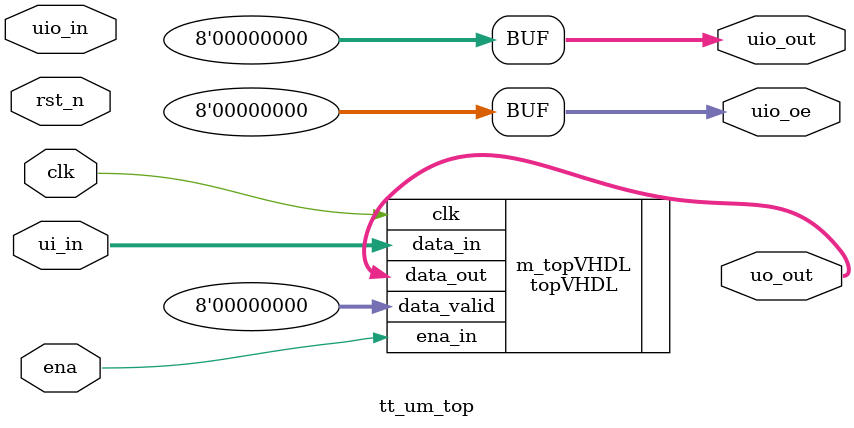
<source format=v>
/*
 * Copyright (c) 2024 Your Name
 * SPDX-License-Identifier: Apache-2.0
 */

`default_nettype none

module tt_um_top (
    input  wire [7:0] ui_in,    // Dedicated inputs
    output wire [7:0] uo_out,   // Dedicated outputs
    input  wire [7:0] uio_in,   // IOs: Input path
    output wire [7:0] uio_out,  // IOs: Output path
    output wire [7:0] uio_oe,   // IOs: Enable path (active high: 0=input, 1=output)
    input  wire       ena,      // always 1 when the design is powered, so you can ignore it
    input  wire       clk,      // clock
    input  wire       rst_n     // reset_n - low to reset
);

  // All output pins must be assigned. If not used, assign to 0.
//  assign uo_out  = ui_in + uio_in;  // Example: ou_out is the sum of ui_in and uio_in
  assign uio_out = 0;
  assign uio_oe  = 0;

  // List all unused inputs to prevent warnings
//  wire _unused = &{ena, clk, rst_n, 1'b0};
//  wire _unused = &{ena, 1'b0};

  topVHDL m_topVHDL (
    .clk  (clk),    // Clock input
      .ena_in  (ena), // Reset input
      .data_in (ui_in) , // 8-bit counter input
      .data_out (uo_out),
      .data_valid (uio_out)
  );

endmodule

</source>
